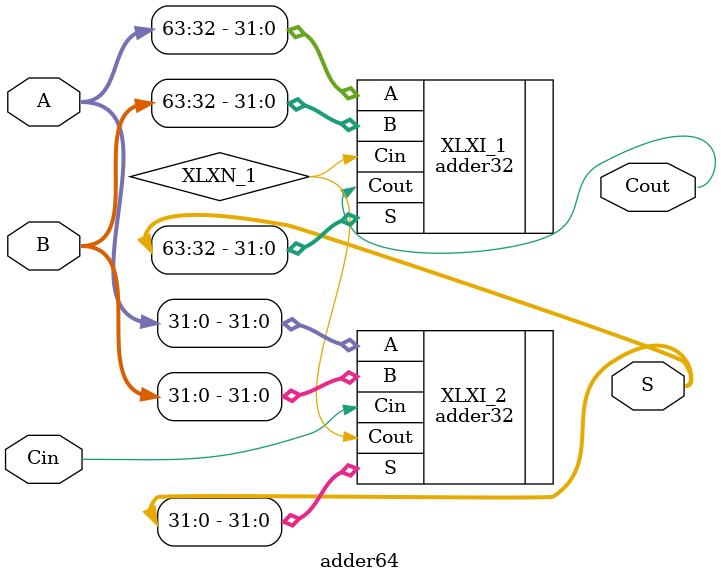
<source format=v>
`timescale 1ns / 1ps

module adder64(A, 
               B, 
               Cin, 
               Cout, 
               S);

    input [63:0] A;
    input [63:0] B;
    input Cin;
   output Cout;
   output [63:0] S;
   
   wire XLXN_1;
   
   adder32 XLXI_1 (.A(A[63:32]), 
                   .B(B[63:32]), 
                   .Cin(XLXN_1), 
                   .Cout(Cout), 
                   .S(S[63:32]));
   adder32 XLXI_2 (.A(A[31:0]), 
                   .B(B[31:0]), 
                   .Cin(Cin), 
                   .Cout(XLXN_1), 
                   .S(S[31:0]));
endmodule

</source>
